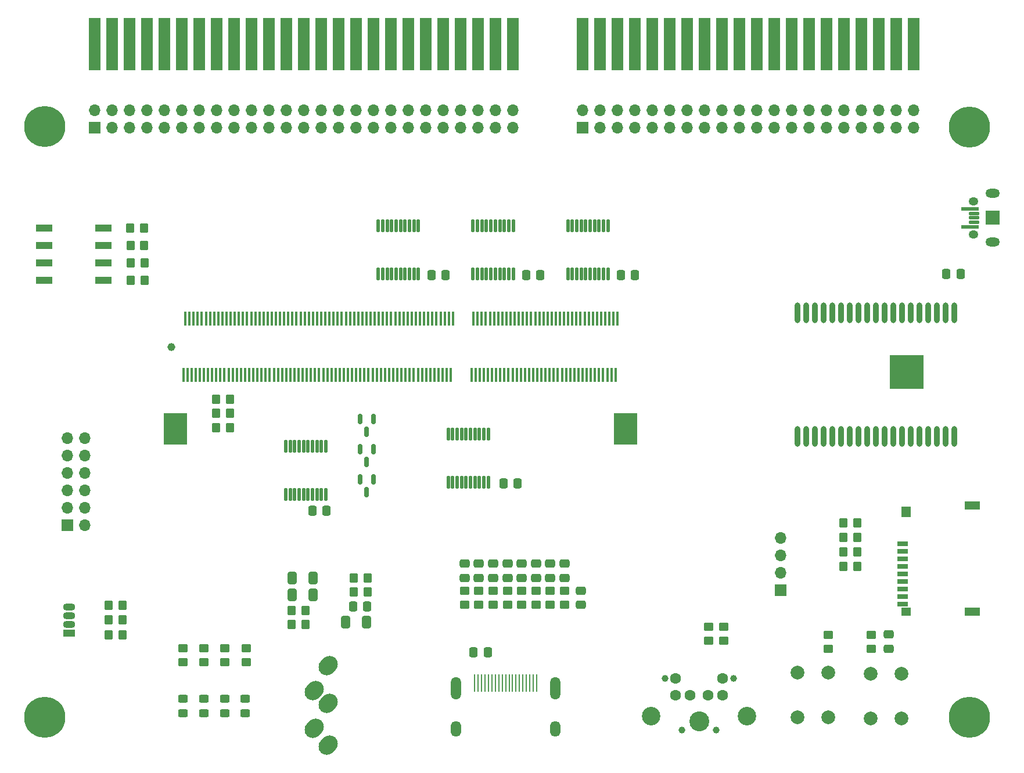
<source format=gbr>
%TF.GenerationSoftware,KiCad,Pcbnew,(6.0.11)*%
%TF.CreationDate,2023-03-16T22:04:06-07:00*%
%TF.ProjectId,TRS-IO++,5452532d-494f-42b2-9b2e-6b696361645f,rev?*%
%TF.SameCoordinates,Original*%
%TF.FileFunction,Soldermask,Top*%
%TF.FilePolarity,Negative*%
%FSLAX46Y46*%
G04 Gerber Fmt 4.6, Leading zero omitted, Abs format (unit mm)*
G04 Created by KiCad (PCBNEW (6.0.11)) date 2023-03-16 22:04:06*
%MOMM*%
%LPD*%
G01*
G04 APERTURE LIST*
G04 Aperture macros list*
%AMRoundRect*
0 Rectangle with rounded corners*
0 $1 Rounding radius*
0 $2 $3 $4 $5 $6 $7 $8 $9 X,Y pos of 4 corners*
0 Add a 4 corners polygon primitive as box body*
4,1,4,$2,$3,$4,$5,$6,$7,$8,$9,$2,$3,0*
0 Add four circle primitives for the rounded corners*
1,1,$1+$1,$2,$3*
1,1,$1+$1,$4,$5*
1,1,$1+$1,$6,$7*
1,1,$1+$1,$8,$9*
0 Add four rect primitives between the rounded corners*
20,1,$1+$1,$2,$3,$4,$5,0*
20,1,$1+$1,$4,$5,$6,$7,0*
20,1,$1+$1,$6,$7,$8,$9,0*
20,1,$1+$1,$8,$9,$2,$3,0*%
%AMHorizOval*
0 Thick line with rounded ends*
0 $1 width*
0 $2 $3 position (X,Y) of the first rounded end (center of the circle)*
0 $4 $5 position (X,Y) of the second rounded end (center of the circle)*
0 Add line between two ends*
20,1,$1,$2,$3,$4,$5,0*
0 Add two circle primitives to create the rounded ends*
1,1,$1,$2,$3*
1,1,$1,$4,$5*%
G04 Aperture macros list end*
%ADD10RoundRect,0.250000X-0.450000X0.350000X-0.450000X-0.350000X0.450000X-0.350000X0.450000X0.350000X0*%
%ADD11RoundRect,0.250000X-0.475000X0.337500X-0.475000X-0.337500X0.475000X-0.337500X0.475000X0.337500X0*%
%ADD12RoundRect,0.250000X0.350000X0.450000X-0.350000X0.450000X-0.350000X-0.450000X0.350000X-0.450000X0*%
%ADD13RoundRect,0.250000X-0.412500X-0.650000X0.412500X-0.650000X0.412500X0.650000X-0.412500X0.650000X0*%
%ADD14RoundRect,0.250000X0.450000X-0.350000X0.450000X0.350000X-0.450000X0.350000X-0.450000X-0.350000X0*%
%ADD15R,2.440000X1.120000*%
%ADD16RoundRect,0.250000X-0.350000X-0.450000X0.350000X-0.450000X0.350000X0.450000X-0.350000X0.450000X0*%
%ADD17RoundRect,0.250000X0.450000X-0.325000X0.450000X0.325000X-0.450000X0.325000X-0.450000X-0.325000X0*%
%ADD18RoundRect,0.250000X0.337500X0.475000X-0.337500X0.475000X-0.337500X-0.475000X0.337500X-0.475000X0*%
%ADD19C,0.800000*%
%ADD20C,6.000000*%
%ADD21RoundRect,0.250000X0.412500X0.650000X-0.412500X0.650000X-0.412500X-0.650000X0.412500X-0.650000X0*%
%ADD22C,2.000000*%
%ADD23R,1.700000X1.700000*%
%ADD24O,1.700000X1.700000*%
%ADD25HorizOval,2.400000X-0.212132X-0.212132X0.212132X0.212132X0*%
%ADD26RoundRect,0.250000X-0.337500X-0.475000X0.337500X-0.475000X0.337500X0.475000X-0.337500X0.475000X0*%
%ADD27RoundRect,0.150000X-0.150000X0.587500X-0.150000X-0.587500X0.150000X-0.587500X0.150000X0.587500X0*%
%ADD28R,0.280000X2.600000*%
%ADD29O,1.500000X3.300000*%
%ADD30O,1.500000X2.300000*%
%ADD31R,1.600000X0.700000*%
%ADD32R,1.400000X1.600000*%
%ADD33R,2.200000X1.200000*%
%ADD34R,1.400000X1.200000*%
%ADD35RoundRect,0.112500X-0.112500X0.837500X-0.112500X-0.837500X0.112500X-0.837500X0.112500X0.837500X0*%
%ADD36O,0.900000X3.000000*%
%ADD37R,5.000000X5.000000*%
%ADD38RoundRect,0.250000X0.475000X-0.337500X0.475000X0.337500X-0.475000X0.337500X-0.475000X-0.337500X0*%
%ADD39O,1.400000X1.200000*%
%ADD40RoundRect,0.050000X1.000000X-1.000000X1.000000X1.000000X-1.000000X1.000000X-1.000000X-1.000000X0*%
%ADD41O,2.100000X1.300000*%
%ADD42RoundRect,0.050000X1.250000X-0.200000X1.250000X0.200000X-1.250000X0.200000X-1.250000X-0.200000X0*%
%ADD43RoundRect,0.050000X0.675000X-0.200000X0.675000X0.200000X-0.675000X0.200000X-0.675000X-0.200000X0*%
%ADD44R,1.778000X7.620000*%
%ADD45R,1.800000X1.070000*%
%ADD46O,1.800000X1.070000*%
%ADD47C,1.600000*%
%ADD48C,1.000000*%
%ADD49C,2.900000*%
%ADD50C,2.700000*%
%ADD51C,1.150000*%
%ADD52R,0.350000X2.000000*%
%ADD53R,3.500000X4.600000*%
G04 APERTURE END LIST*
D10*
%TO.C,R12*%
X186436000Y-129454400D03*
X186436000Y-131454400D03*
%TD*%
D11*
%TO.C,C9*%
X189026800Y-129366100D03*
X189026800Y-131441100D03*
%TD*%
D12*
%TO.C,R33*%
X80435500Y-70104000D03*
X78435500Y-70104000D03*
%TD*%
D10*
%TO.C,R39*%
X92269032Y-131384800D03*
X92269032Y-133384800D03*
%TD*%
D13*
%TO.C,C15*%
X109806299Y-127551799D03*
X112931299Y-127551799D03*
%TD*%
D14*
%TO.C,R8*%
X133435900Y-125028200D03*
X133435900Y-123028200D03*
%TD*%
D10*
%TO.C,R40*%
X95330100Y-131384800D03*
X95330100Y-133384800D03*
%TD*%
D15*
%TO.C,SW3*%
X65935700Y-70104000D03*
X65935700Y-72644000D03*
X65935700Y-75184000D03*
X65935700Y-77724000D03*
X74545700Y-77724000D03*
X74545700Y-75184000D03*
X74545700Y-72644000D03*
X74545700Y-70104000D03*
%TD*%
D16*
%TO.C,R29*%
X90998800Y-95046800D03*
X92998800Y-95046800D03*
%TD*%
D17*
%TO.C,D3*%
X89177666Y-140842600D03*
X89177666Y-138792600D03*
%TD*%
D18*
%TO.C,C16*%
X134919850Y-107340400D03*
X132844850Y-107340400D03*
%TD*%
D14*
%TO.C,R10*%
X129270300Y-125028200D03*
X129270300Y-123028200D03*
%TD*%
D12*
%TO.C,R35*%
X80537100Y-75184000D03*
X78537100Y-75184000D03*
%TD*%
D17*
%TO.C,D2*%
X86146600Y-140842600D03*
X86146600Y-138792600D03*
%TD*%
D14*
%TO.C,R7*%
X135518700Y-125028200D03*
X135518700Y-123028200D03*
%TD*%
D19*
%TO.C,H3*%
X202387690Y-139887010D03*
X203046700Y-141478000D03*
X199205710Y-143068990D03*
D20*
X200796700Y-141478000D03*
D19*
X200796700Y-143728000D03*
X202387690Y-143068990D03*
X200796700Y-139228000D03*
X198546700Y-141478000D03*
X199205710Y-139887010D03*
%TD*%
D16*
%TO.C,R16*%
X182423100Y-119430800D03*
X184423100Y-119430800D03*
%TD*%
D21*
%TO.C,C12*%
X105141899Y-121167999D03*
X102016899Y-121167999D03*
%TD*%
D11*
%TO.C,C6*%
X131353100Y-119053700D03*
X131353100Y-121128700D03*
%TD*%
D12*
%TO.C,R34*%
X80486300Y-72644000D03*
X78486300Y-72644000D03*
%TD*%
%TO.C,R2*%
X77301600Y-125120400D03*
X75301600Y-125120400D03*
%TD*%
D11*
%TO.C,C4*%
X135518700Y-119053700D03*
X135518700Y-121128700D03*
%TD*%
D10*
%TO.C,R31*%
X164982700Y-128286000D03*
X164982700Y-130286000D03*
%TD*%
D11*
%TO.C,C3*%
X137601500Y-119053700D03*
X137601500Y-121128700D03*
%TD*%
%TO.C,C7*%
X129270300Y-119053700D03*
X129270300Y-121128700D03*
%TD*%
D19*
%TO.C,H2*%
X198546700Y-55321200D03*
X202387690Y-53730210D03*
X200796700Y-57571200D03*
X199205710Y-53730210D03*
X203046700Y-55321200D03*
X199205710Y-56912190D03*
X202387690Y-56912190D03*
D20*
X200796700Y-55321200D03*
D19*
X200796700Y-53071200D03*
%TD*%
D11*
%TO.C,C1*%
X141767100Y-119053700D03*
X141767100Y-121128700D03*
%TD*%
D22*
%TO.C,SW2*%
X175737500Y-134976800D03*
X175737500Y-141476800D03*
X180237500Y-141476800D03*
X180237500Y-134976800D03*
%TD*%
D23*
%TO.C,J2*%
X144413700Y-55422800D03*
D24*
X144413700Y-52882800D03*
X146953700Y-55422800D03*
X146953700Y-52882800D03*
X149493700Y-55422800D03*
X149493700Y-52882800D03*
X152033700Y-55422800D03*
X152033700Y-52882800D03*
X154573700Y-55422800D03*
X154573700Y-52882800D03*
X157113700Y-55422800D03*
X157113700Y-52882800D03*
X159653700Y-55422800D03*
X159653700Y-52882800D03*
X162193700Y-55422800D03*
X162193700Y-52882800D03*
X164733700Y-55422800D03*
X164733700Y-52882800D03*
X167273700Y-55422800D03*
X167273700Y-52882800D03*
X169813700Y-55422800D03*
X169813700Y-52882800D03*
X172353700Y-55422800D03*
X172353700Y-52882800D03*
X174893700Y-55422800D03*
X174893700Y-52882800D03*
X177433700Y-55422800D03*
X177433700Y-52882800D03*
X179973700Y-55422800D03*
X179973700Y-52882800D03*
X182513700Y-55422800D03*
X182513700Y-52882800D03*
X185053700Y-55422800D03*
X185053700Y-52882800D03*
X187593700Y-55422800D03*
X187593700Y-52882800D03*
X190133700Y-55422800D03*
X190133700Y-52882800D03*
X192673700Y-55422800D03*
X192673700Y-52882800D03*
%TD*%
D25*
%TO.C,J10*%
X105273899Y-137591199D03*
X107273899Y-139391199D03*
X107273899Y-145491199D03*
X105273899Y-143091199D03*
X107273899Y-133891199D03*
%TD*%
D18*
%TO.C,C19*%
X124415000Y-76962000D03*
X122340000Y-76962000D03*
%TD*%
D11*
%TO.C,C8*%
X127187500Y-119053700D03*
X127187500Y-121128700D03*
%TD*%
D26*
%TO.C,C23*%
X128486800Y-131965700D03*
X130561800Y-131965700D03*
%TD*%
D27*
%TO.C,Q3*%
X113878400Y-97919300D03*
X111978400Y-97919300D03*
X112928400Y-99794300D03*
%TD*%
D28*
%TO.C,J7*%
X137681900Y-136473000D03*
X137181900Y-136473000D03*
X136681900Y-136473000D03*
X136181900Y-136473000D03*
X135681900Y-136473000D03*
X135181900Y-136473000D03*
X134681900Y-136473000D03*
X134181900Y-136473000D03*
X133681900Y-136473000D03*
X133181900Y-136473000D03*
X132681900Y-136473000D03*
X132181900Y-136473000D03*
X131681900Y-136473000D03*
X131181900Y-136473000D03*
X130681900Y-136473000D03*
X130181900Y-136473000D03*
X129681900Y-136473000D03*
X129181900Y-136473000D03*
X128681900Y-136473000D03*
D29*
X140431900Y-137233000D03*
D30*
X125931900Y-143193000D03*
X140431900Y-143193000D03*
D29*
X125931900Y-137233000D03*
%TD*%
D31*
%TO.C,J9*%
X191070000Y-116113200D03*
X191070000Y-117213200D03*
X191070000Y-118313200D03*
X191070000Y-119413200D03*
X191070000Y-120513200D03*
X191070000Y-121613200D03*
X191070000Y-122713200D03*
X191070000Y-123813200D03*
X191070000Y-124913200D03*
D32*
X191570000Y-111463200D03*
D33*
X201170000Y-110563200D03*
X201170000Y-126063200D03*
D34*
X191570000Y-126063200D03*
%TD*%
D12*
%TO.C,R36*%
X80537100Y-77724000D03*
X78537100Y-77724000D03*
%TD*%
D23*
%TO.C,J8*%
X173255166Y-122892600D03*
D24*
X173255166Y-120352600D03*
X173255166Y-117812600D03*
X173255166Y-115272600D03*
%TD*%
D16*
%TO.C,R17*%
X182423100Y-115214400D03*
X184423100Y-115214400D03*
%TD*%
%TO.C,R26*%
X90998800Y-99212400D03*
X92998800Y-99212400D03*
%TD*%
D27*
%TO.C,Q4*%
X113878400Y-102338900D03*
X111978400Y-102338900D03*
X112928400Y-104213900D03*
%TD*%
D22*
%TO.C,SW1*%
X186354700Y-135129200D03*
X186354700Y-141629200D03*
X190854700Y-141629200D03*
X190854700Y-135129200D03*
%TD*%
D10*
%TO.C,R32*%
X162798300Y-128286000D03*
X162798300Y-130286000D03*
%TD*%
D23*
%TO.C,J5*%
X69322000Y-113411400D03*
D24*
X71862000Y-113411400D03*
X69322000Y-110871400D03*
X71862000Y-110871400D03*
X69322000Y-108331400D03*
X71862000Y-108331400D03*
X69322000Y-105791400D03*
X71862000Y-105791400D03*
X69322000Y-103251400D03*
X71862000Y-103251400D03*
X69322000Y-100711400D03*
X71862000Y-100711400D03*
%TD*%
D16*
%TO.C,R18*%
X182423100Y-113080800D03*
X184423100Y-113080800D03*
%TD*%
D12*
%TO.C,R1*%
X77301600Y-129438400D03*
X75301600Y-129438400D03*
%TD*%
D35*
%TO.C,U3*%
X148095700Y-69753600D03*
X147445700Y-69753600D03*
X146795700Y-69753600D03*
X146145700Y-69753600D03*
X145495700Y-69753600D03*
X144845700Y-69753600D03*
X144195700Y-69753600D03*
X143545700Y-69753600D03*
X142895700Y-69753600D03*
X142245700Y-69753600D03*
X142245700Y-76753600D03*
X142895700Y-76753600D03*
X143545700Y-76753600D03*
X144195700Y-76753600D03*
X144845700Y-76753600D03*
X145495700Y-76753600D03*
X146145700Y-76753600D03*
X146795700Y-76753600D03*
X147445700Y-76753600D03*
X148095700Y-76753600D03*
%TD*%
D17*
%TO.C,D4*%
X92208732Y-140842600D03*
X92208732Y-138792600D03*
%TD*%
D35*
%TO.C,U4*%
X130660550Y-100132000D03*
X130010550Y-100132000D03*
X129360550Y-100132000D03*
X128710550Y-100132000D03*
X128060550Y-100132000D03*
X127410550Y-100132000D03*
X126760550Y-100132000D03*
X126110550Y-100132000D03*
X125460550Y-100132000D03*
X124810550Y-100132000D03*
X124810550Y-107132000D03*
X125460550Y-107132000D03*
X126110550Y-107132000D03*
X126760550Y-107132000D03*
X127410550Y-107132000D03*
X128060550Y-107132000D03*
X128710550Y-107132000D03*
X129360550Y-107132000D03*
X130010550Y-107132000D03*
X130660550Y-107132000D03*
%TD*%
D36*
%TO.C,U1*%
X198565900Y-82490800D03*
X197295900Y-82490800D03*
X196025900Y-82490800D03*
X194755900Y-82490800D03*
X193485900Y-82490800D03*
X192215900Y-82490800D03*
X190945900Y-82490800D03*
X189675900Y-82490800D03*
X188405900Y-82490800D03*
X187135900Y-82490800D03*
X185865900Y-82490800D03*
X184595900Y-82490800D03*
X183325900Y-82490800D03*
X182055900Y-82490800D03*
X180755900Y-82490800D03*
X179485900Y-82490800D03*
X178215900Y-82490800D03*
X176945900Y-82490800D03*
X175675900Y-82490800D03*
X175675900Y-100490800D03*
X176945900Y-100490800D03*
X178215900Y-100490800D03*
X179485900Y-100490800D03*
X180755900Y-100490800D03*
X182055900Y-100520800D03*
X183325900Y-100520800D03*
X184595900Y-100520800D03*
X185865900Y-100520800D03*
X187135900Y-100520800D03*
X188405900Y-100520800D03*
X189675900Y-100520800D03*
X190945900Y-100520800D03*
X192215900Y-100520800D03*
X193485900Y-100520800D03*
X194755900Y-100520800D03*
X196025900Y-100520800D03*
X197295900Y-100520800D03*
X198565900Y-100520800D03*
D19*
X189655900Y-90090800D03*
X192655900Y-90090800D03*
X192655900Y-91090800D03*
X189655900Y-91090800D03*
X193655900Y-93090800D03*
X193655900Y-89090800D03*
X189655900Y-92090800D03*
X190655900Y-91090800D03*
X191655900Y-93090800D03*
X189655900Y-93090800D03*
X189655900Y-89090800D03*
X191655900Y-92090800D03*
X191655900Y-91090800D03*
X193655900Y-91090800D03*
D37*
X191645900Y-91090800D03*
D19*
X192655900Y-93090800D03*
X190655900Y-93090800D03*
X190655900Y-89090800D03*
X192655900Y-92090800D03*
X193655900Y-92090800D03*
X192655900Y-89090800D03*
X190655900Y-90090800D03*
X191655900Y-90090800D03*
X193655900Y-90090800D03*
X191655900Y-89090800D03*
X190655900Y-92090800D03*
%TD*%
D38*
%TO.C,C21*%
X144129300Y-125065700D03*
X144129300Y-122990700D03*
%TD*%
D14*
%TO.C,R30*%
X180171900Y-131454400D03*
X180171900Y-129454400D03*
%TD*%
D19*
%TO.C,H1*%
X66024300Y-57520400D03*
X64433310Y-56861390D03*
X68274300Y-55270400D03*
D20*
X66024300Y-55270400D03*
D19*
X64433310Y-53679410D03*
X67615290Y-56861390D03*
X67615290Y-53679410D03*
X66024300Y-53020400D03*
X63774300Y-55270400D03*
%TD*%
D12*
%TO.C,R24*%
X113029199Y-123182999D03*
X111029199Y-123182999D03*
%TD*%
D27*
%TO.C,Q5*%
X113878400Y-106758500D03*
X111978400Y-106758500D03*
X112928400Y-108633500D03*
%TD*%
D11*
%TO.C,C5*%
X133435900Y-119053700D03*
X133435900Y-121128700D03*
%TD*%
D12*
%TO.C,R22*%
X103969799Y-125841599D03*
X101969799Y-125841599D03*
%TD*%
D39*
%TO.C,J12*%
X201374000Y-66155000D03*
D40*
X204124000Y-68580000D03*
D41*
X204124000Y-72155000D03*
X204124000Y-65005000D03*
D39*
X201374000Y-71005000D03*
D42*
X200872800Y-69880000D03*
D43*
X201449000Y-69230000D03*
X201449000Y-68580000D03*
X201449000Y-67930000D03*
D42*
X200872800Y-67280000D03*
%TD*%
D18*
%TO.C,C11*%
X152050200Y-76962000D03*
X149975200Y-76962000D03*
%TD*%
D16*
%TO.C,R28*%
X90998800Y-97129600D03*
X92998800Y-97129600D03*
%TD*%
D12*
%TO.C,R23*%
X113029199Y-121100199D03*
X111029199Y-121100199D03*
%TD*%
D14*
%TO.C,R4*%
X141767100Y-125028200D03*
X141767100Y-123028200D03*
%TD*%
D18*
%TO.C,C24*%
X199497400Y-76758800D03*
X197422400Y-76758800D03*
%TD*%
D10*
%TO.C,R38*%
X89207966Y-131384800D03*
X89207966Y-133384800D03*
%TD*%
D44*
%TO.C,J4*%
X144408700Y-43281600D03*
X146948700Y-43281600D03*
X149488700Y-43281600D03*
X152028700Y-43281600D03*
X154568700Y-43281600D03*
X157108700Y-43281600D03*
X159648700Y-43281600D03*
X162188700Y-43281600D03*
X164728700Y-43281600D03*
X167268700Y-43281600D03*
X169808700Y-43281600D03*
X172348700Y-43281600D03*
X174888700Y-43281600D03*
X177428700Y-43281600D03*
X179968700Y-43281600D03*
X182508700Y-43281600D03*
X185048700Y-43281600D03*
X187588700Y-43281600D03*
X190128700Y-43281600D03*
X192668700Y-43281600D03*
%TD*%
%TO.C,J3*%
X73263300Y-43281600D03*
X75803300Y-43281600D03*
X78343300Y-43281600D03*
X80883300Y-43281600D03*
X83423300Y-43281600D03*
X85963300Y-43281600D03*
X88503300Y-43281600D03*
X91043300Y-43281600D03*
X93583300Y-43281600D03*
X96123300Y-43281600D03*
X98663300Y-43281600D03*
X101203300Y-43281600D03*
X103743300Y-43281600D03*
X106283300Y-43281600D03*
X108823300Y-43281600D03*
X111363300Y-43281600D03*
X113903300Y-43281600D03*
X116443300Y-43281600D03*
X118983300Y-43281600D03*
X121523300Y-43281600D03*
X124063300Y-43281600D03*
X126603300Y-43281600D03*
X129143300Y-43281600D03*
X131683300Y-43281600D03*
X134223300Y-43281600D03*
%TD*%
D35*
%TO.C,U2*%
X134278100Y-69753600D03*
X133628100Y-69753600D03*
X132978100Y-69753600D03*
X132328100Y-69753600D03*
X131678100Y-69753600D03*
X131028100Y-69753600D03*
X130378100Y-69753600D03*
X129728100Y-69753600D03*
X129078100Y-69753600D03*
X128428100Y-69753600D03*
X128428100Y-76753600D03*
X129078100Y-76753600D03*
X129728100Y-76753600D03*
X130378100Y-76753600D03*
X131028100Y-76753600D03*
X131678100Y-76753600D03*
X132328100Y-76753600D03*
X132978100Y-76753600D03*
X133628100Y-76753600D03*
X134278100Y-76753600D03*
%TD*%
D11*
%TO.C,C2*%
X139684300Y-119053700D03*
X139684300Y-121128700D03*
%TD*%
D45*
%TO.C,D1*%
X69543200Y-129156000D03*
D46*
X69543200Y-127886000D03*
X69543200Y-126616000D03*
X69543200Y-125346000D03*
%TD*%
D47*
%TO.C,J11*%
X162675900Y-138262800D03*
X160075900Y-138262800D03*
X164775900Y-138262800D03*
X157975900Y-138262800D03*
X164775900Y-135762800D03*
X157975900Y-135762800D03*
D48*
X163875900Y-143362800D03*
X158875900Y-143362800D03*
X166375900Y-135762800D03*
X156375900Y-135762800D03*
D49*
X161375900Y-142062800D03*
D50*
X168375900Y-141262800D03*
X154375900Y-141262800D03*
%TD*%
D51*
%TO.C,Conn1*%
X84440300Y-87422900D03*
D52*
X149490300Y-83322900D03*
X149190300Y-91522900D03*
X148890300Y-83322900D03*
X148590300Y-91522900D03*
X148290300Y-83322900D03*
X147990300Y-91522900D03*
X147690300Y-83322900D03*
X147390300Y-91522900D03*
X147090300Y-83322900D03*
X146790300Y-91522900D03*
X146490300Y-83322900D03*
X146190300Y-91522900D03*
X145890300Y-83322900D03*
X145590300Y-91522900D03*
X145290300Y-83322900D03*
X144990300Y-91522900D03*
X144690300Y-83322900D03*
X144390300Y-91522900D03*
X144090300Y-83322900D03*
X143790300Y-91522900D03*
X143490300Y-83322900D03*
X143190300Y-91522900D03*
X142890300Y-83322900D03*
X142590300Y-91522900D03*
X142290300Y-83322900D03*
X141990300Y-91522900D03*
X141690300Y-83322900D03*
X141390300Y-91522900D03*
X141090300Y-83322900D03*
X140790300Y-91522900D03*
X140490300Y-83322900D03*
X140190300Y-91522900D03*
X139890300Y-83322900D03*
X139590300Y-91522900D03*
X139290300Y-83322900D03*
X138990300Y-91522900D03*
X138690300Y-83322900D03*
X138390300Y-91522900D03*
X138090300Y-83322900D03*
X137790300Y-91522900D03*
X137490300Y-83322900D03*
X137190300Y-91522900D03*
X136890300Y-83322900D03*
X136590300Y-91522900D03*
X136290300Y-83322900D03*
X135990300Y-91522900D03*
X135690300Y-83322900D03*
X135390300Y-91522900D03*
X135090300Y-83322900D03*
X134790300Y-91522900D03*
X134490300Y-83322900D03*
X134190300Y-91522900D03*
X133890300Y-83322900D03*
X133590300Y-91522900D03*
X133290300Y-83322900D03*
X132990300Y-91522900D03*
X132690300Y-83322900D03*
X132390300Y-91522900D03*
X132090300Y-83322900D03*
X131790300Y-91522900D03*
X131490300Y-83322900D03*
X131190300Y-91522900D03*
X130890300Y-83322900D03*
X130590300Y-91522900D03*
X130290300Y-83322900D03*
X129990300Y-91522900D03*
X129690300Y-83322900D03*
X129390300Y-91522900D03*
X129090300Y-83322900D03*
X128790300Y-91522900D03*
X128490300Y-83322900D03*
X128190300Y-91522900D03*
X125490300Y-83322900D03*
X125190300Y-91522900D03*
X124890300Y-83322900D03*
X124590300Y-91522900D03*
X124290300Y-83322900D03*
X123990300Y-91522900D03*
X123690300Y-83322900D03*
X123390300Y-91522900D03*
X123090300Y-83322900D03*
X122790300Y-91522900D03*
X122490300Y-83322900D03*
X122190300Y-91522900D03*
X121890300Y-83322900D03*
X121590300Y-91522900D03*
X121290300Y-83322900D03*
X120990300Y-91522900D03*
X120690300Y-83322900D03*
X120390300Y-91522900D03*
X120090300Y-83322900D03*
X119790300Y-91522900D03*
X119490300Y-83322900D03*
X119190300Y-91522900D03*
X118890300Y-83322900D03*
X118590300Y-91522900D03*
X118290300Y-83322900D03*
X117990300Y-91522900D03*
X117690300Y-83322900D03*
X117390300Y-91522900D03*
X117090300Y-83322900D03*
X116790300Y-91522900D03*
X116490300Y-83322900D03*
X116190300Y-91522900D03*
X115890300Y-83322900D03*
X115590300Y-91522900D03*
X115290300Y-83322900D03*
X114990300Y-91522900D03*
X114690300Y-83322900D03*
X114390300Y-91522900D03*
X114090300Y-83322900D03*
X113790300Y-91522900D03*
X113490300Y-83322900D03*
X113190300Y-91522900D03*
X112890300Y-83322900D03*
X112590300Y-91522900D03*
X112290300Y-83322900D03*
X111990300Y-91522900D03*
X111690300Y-83322900D03*
X111390300Y-91522900D03*
X111090300Y-83322900D03*
X110790300Y-91522900D03*
X110490300Y-83322900D03*
X110190300Y-91522900D03*
X109890300Y-83322900D03*
X109590300Y-91522900D03*
X109290300Y-83322900D03*
X108990300Y-91522900D03*
X108690300Y-83322900D03*
X108390300Y-91522900D03*
X108090300Y-83322900D03*
X107790300Y-91522900D03*
X107490300Y-83322900D03*
X107190300Y-91522900D03*
X106890300Y-83322900D03*
X106590300Y-91522900D03*
X106290300Y-83322900D03*
X105990300Y-91522900D03*
X105690300Y-83322900D03*
X105390300Y-91522900D03*
X105090300Y-83322900D03*
X104790300Y-91522900D03*
X104490300Y-83322900D03*
X104190300Y-91522900D03*
X103890300Y-83322900D03*
X103590300Y-91522900D03*
X103290300Y-83322900D03*
X102990300Y-91522900D03*
X102690300Y-83322900D03*
X102390300Y-91522900D03*
X102090300Y-83322900D03*
X101790300Y-91522900D03*
X101490300Y-83322900D03*
X101190300Y-91522900D03*
X100890300Y-83322900D03*
X100590300Y-91522900D03*
X100290300Y-83322900D03*
X99990300Y-91522900D03*
X99690300Y-83322900D03*
X99390300Y-91522900D03*
X99090300Y-83322900D03*
X98790300Y-91522900D03*
X98490300Y-83322900D03*
X98190300Y-91522900D03*
X97890300Y-83322900D03*
X97590300Y-91522900D03*
X97290300Y-83322900D03*
X96990300Y-91522900D03*
X96690300Y-83322900D03*
X96390300Y-91522900D03*
X96090300Y-83322900D03*
X95790300Y-91522900D03*
X95490300Y-83322900D03*
X95190300Y-91522900D03*
X94890300Y-83322900D03*
X94590300Y-91522900D03*
X94290300Y-83322900D03*
X93990300Y-91522900D03*
X93690300Y-83322900D03*
X93390300Y-91522900D03*
X93090300Y-83322900D03*
X92790300Y-91522900D03*
X92490300Y-83322900D03*
X92190300Y-91522900D03*
X91890300Y-83322900D03*
X91590300Y-91522900D03*
X91290300Y-83322900D03*
X90990300Y-91522900D03*
X90690300Y-83322900D03*
X90390300Y-91522900D03*
X90090300Y-83322900D03*
X89790300Y-91522900D03*
X89490300Y-83322900D03*
X89190300Y-91522900D03*
X88890300Y-83322900D03*
X88590300Y-91522900D03*
X88290300Y-83322900D03*
X87990300Y-91522900D03*
X87690300Y-83322900D03*
X87390300Y-91522900D03*
X87090300Y-83322900D03*
X86790300Y-91522900D03*
X86490300Y-83322900D03*
X86190300Y-91522900D03*
D53*
X150640300Y-99422900D03*
X85040300Y-99422900D03*
%TD*%
D10*
%TO.C,R37*%
X86146900Y-131384800D03*
X86146900Y-133384800D03*
%TD*%
D14*
%TO.C,R5*%
X139684300Y-125028200D03*
X139684300Y-123028200D03*
%TD*%
D12*
%TO.C,R3*%
X77301600Y-127254000D03*
X75301600Y-127254000D03*
%TD*%
D23*
%TO.C,J1*%
X73237900Y-55422800D03*
D24*
X73237900Y-52882800D03*
X75777900Y-55422800D03*
X75777900Y-52882800D03*
X78317900Y-55422800D03*
X78317900Y-52882800D03*
X80857900Y-55422800D03*
X80857900Y-52882800D03*
X83397900Y-55422800D03*
X83397900Y-52882800D03*
X85937900Y-55422800D03*
X85937900Y-52882800D03*
X88477900Y-55422800D03*
X88477900Y-52882800D03*
X91017900Y-55422800D03*
X91017900Y-52882800D03*
X93557900Y-55422800D03*
X93557900Y-52882800D03*
X96097900Y-55422800D03*
X96097900Y-52882800D03*
X98637900Y-55422800D03*
X98637900Y-52882800D03*
X101177900Y-55422800D03*
X101177900Y-52882800D03*
X103717900Y-55422800D03*
X103717900Y-52882800D03*
X106257900Y-55422800D03*
X106257900Y-52882800D03*
X108797900Y-55422800D03*
X108797900Y-52882800D03*
X111337900Y-55422800D03*
X111337900Y-52882800D03*
X113877900Y-55422800D03*
X113877900Y-52882800D03*
X116417900Y-55422800D03*
X116417900Y-52882800D03*
X118957900Y-55422800D03*
X118957900Y-52882800D03*
X121497900Y-55422800D03*
X121497900Y-52882800D03*
X124037900Y-55422800D03*
X124037900Y-52882800D03*
X126577900Y-55422800D03*
X126577900Y-52882800D03*
X129117900Y-55422800D03*
X129117900Y-52882800D03*
X131657900Y-55422800D03*
X131657900Y-52882800D03*
X134197900Y-55422800D03*
X134197900Y-52882800D03*
%TD*%
D17*
%TO.C,D5*%
X95239800Y-140842600D03*
X95239800Y-138792600D03*
%TD*%
D14*
%TO.C,R11*%
X127187500Y-125028200D03*
X127187500Y-123028200D03*
%TD*%
%TO.C,R9*%
X131353100Y-125028200D03*
X131353100Y-123028200D03*
%TD*%
D18*
%TO.C,C18*%
X107057100Y-111302800D03*
X104982100Y-111302800D03*
%TD*%
D35*
%TO.C,U5*%
X106963400Y-101910000D03*
X106313400Y-101910000D03*
X105663400Y-101910000D03*
X105013400Y-101910000D03*
X104363400Y-101910000D03*
X103713400Y-101910000D03*
X103063400Y-101910000D03*
X102413400Y-101910000D03*
X101763400Y-101910000D03*
X101113400Y-101910000D03*
X101113400Y-108910000D03*
X101763400Y-108910000D03*
X102413400Y-108910000D03*
X103063400Y-108910000D03*
X103713400Y-108910000D03*
X104363400Y-108910000D03*
X105013400Y-108910000D03*
X105663400Y-108910000D03*
X106313400Y-108910000D03*
X106963400Y-108910000D03*
%TD*%
D19*
%TO.C,H4*%
X66024300Y-143728000D03*
X68274300Y-141478000D03*
X64433310Y-139887010D03*
X66024300Y-139228000D03*
X64433310Y-143068990D03*
X67615290Y-143068990D03*
D20*
X66024300Y-141478000D03*
D19*
X63774300Y-141478000D03*
X67615290Y-139887010D03*
%TD*%
D18*
%TO.C,C10*%
X138232600Y-76962000D03*
X136157600Y-76962000D03*
%TD*%
D16*
%TO.C,R15*%
X182423100Y-117348000D03*
X184423100Y-117348000D03*
%TD*%
D14*
%TO.C,R6*%
X137601500Y-125028200D03*
X137601500Y-123028200D03*
%TD*%
D16*
%TO.C,R21*%
X101969799Y-127873599D03*
X103969799Y-127873599D03*
%TD*%
D35*
%TO.C,U6*%
X120460500Y-69753600D03*
X119810500Y-69753600D03*
X119160500Y-69753600D03*
X118510500Y-69753600D03*
X117860500Y-69753600D03*
X117210500Y-69753600D03*
X116560500Y-69753600D03*
X115910500Y-69753600D03*
X115260500Y-69753600D03*
X114610500Y-69753600D03*
X114610500Y-76753600D03*
X115260500Y-76753600D03*
X115910500Y-76753600D03*
X116560500Y-76753600D03*
X117210500Y-76753600D03*
X117860500Y-76753600D03*
X118510500Y-76753600D03*
X119160500Y-76753600D03*
X119810500Y-76753600D03*
X120460500Y-76753600D03*
%TD*%
D18*
%TO.C,C13*%
X113015899Y-125265799D03*
X110940899Y-125265799D03*
%TD*%
D13*
%TO.C,C14*%
X102016899Y-123606399D03*
X105141899Y-123606399D03*
%TD*%
M02*

</source>
